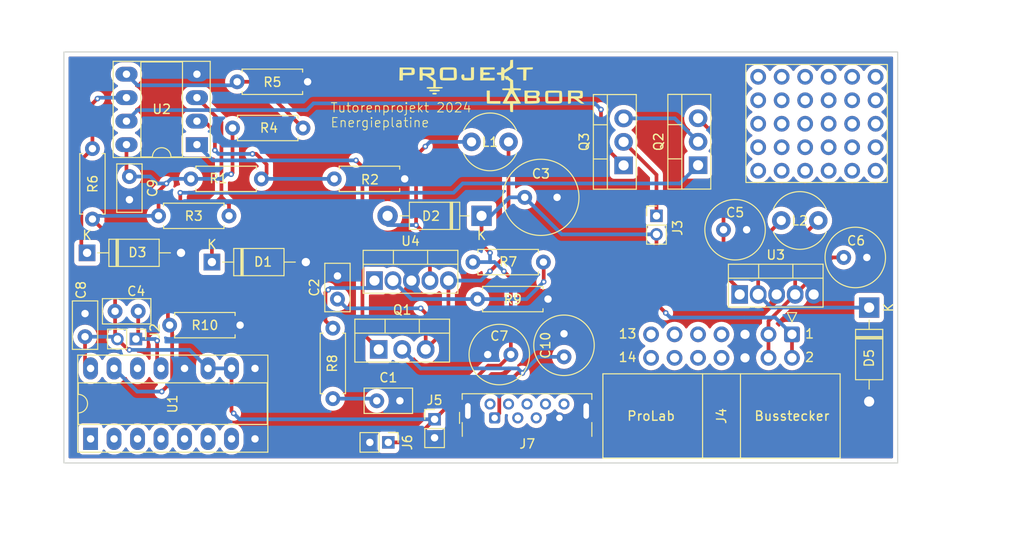
<source format=kicad_pcb>
(kicad_pcb (version 20240108) (generator "pcbnew") (generator_version "8.0")
  (layers (0 "F.Cu" signal) (31 "B.Cu" signal) (34 "B.Paste" user) (35 "F.Paste" user) (36 "B.SilkS" user "B.Silkscreen") (37 "F.SilkS" user "F.Silkscreen") (38 "B.Mask" user) (39 "F.Mask" user) (44 "Edge.Cuts" user))
  (net 0 "")
  (net 1 "GND")
  (net 2 "Net-(D1-K)")
  (net 3 "Net-(D3-K)")
  (net 4 "USB_5V")
  (net 5 "Bat+_12V")
  (net 6 "Net-(J2-Pin_1)")
  (net 7 "Net-(U2A--)")
  (net 8 "Net-(U2B-+)")
  (net 9 "FF_out")
  (net 18 "overvoltage_logic")
  (net 19 "Net-(C1-Pad1)")
  (net 20 "Net-(Q1-S)")
  (net 21 "Net-(Q2-S)")
  (net 22 "Power_5V")
  (net 23 "Net-(D2-A)")
  (net 24 "Net-(D5-K)")
  (net 25 "Net-(J3-Pin_1)")
  (net 26 "Net-(Q2-D)")
  (net 27 "undervoltage_logic")
  (net 28 "Net-(U4-OUT)")
  (net 29 "Net-(U4-VIN)")
  (footprint "Diode_THT:D_DO-41_SOD81_P10.16mm_Horizontal" (layer "F.Cu") (at 181.5 138.42 -90)
    (property "Reference" "D5" (at 5.471 0 90) (layer "F.SilkS"))
    (property "Value" "1N5822")
    (fp_text user "K" (at 0 -2.1 90) (layer "F.SilkS"))
    (pad "1" thru_hole rect (at 0 0 270) (size 2.2 2.2) (drill 1.1) (layers "*.Cu" "*.Mask") (net 24 "Net-(D5-K)"))
    (pad "2" thru_hole oval (at 10.16 0 270) (size 2.2 2.2) (drill 1.1) (layers "*.Cu" "*.Mask") (net 1 "GND"))
  )
  (footprint "Capacitor_THT:C_Disc_D5.0mm_W2.5mm_P2.50mm" (layer "F.Cu") (at 102.45 138.82 180)
    (property "Reference" "C4" (at 0.215 2.168 180) (layer "F.SilkS"))
    (property "Value" "100n")
    (pad "1" thru_hole circle (at 0 0 180) (size 1.6 1.6) (drill 0.8) (layers "*.Cu" "*.Mask") (net 6 "Net-(J2-Pin_1)"))
    (pad "2" thru_hole circle (at 2.5 0 180) (size 1.6 1.6) (drill 0.8) (layers "*.Cu" "*.Mask") (net 5 "Bat+_12V"))
  )
  (footprint "Connector_PinHeader_2.00mm:PinHeader_1x02_P2.00mm_Vertical" (layer "F.Cu") (at 102.2 141.82 -90)
    (property "Reference" "J2" (at -0.85 -2.067 90) (layer "F.SilkS"))
    (property "Value" "Conn_01x02_Pin" (hide yes))
    (pad "1" thru_hole rect (at 0 0 270) (size 1.35 1.35) (drill 0.8) (layers "*.Cu" "*.Mask") (net 6 "Net-(J2-Pin_1)"))
    (pad "2" thru_hole oval (at 0 2 270) (size 1.35 1.35) (drill 0.8) (layers "*.Cu" "*.Mask") (net 5 "Bat+_12V"))
  )
  (footprint "Resistor_THT:R_Axial_DIN0207_L6.3mm_D2.5mm_P7.62mm_Horizontal" (layer "F.Cu") (at 105.85 140.32)
    (property "Reference" "R10" (at 3.81 0.015 0) (layer "F.SilkS"))
    (property "Value" "1k")
    (pad "1" thru_hole circle (at 0 0) (size 1.6 1.6) (drill 0.8) (layers "*.Cu" "*.Mask") (net 9 "FF_out"))
    (pad "2" thru_hole oval (at 7.62 0) (size 1.6 1.6) (drill 0.8) (layers "*.Cu" "*.Mask") (net 1 "GND"))
  )
  (footprint "Resistor_THT:R_Axial_DIN0207_L6.3mm_D2.5mm_P7.62mm_Horizontal" (layer "F.Cu") (at 112.65 119)
    (property "Reference" "R4" (at 3.936 -0.001 0) (layer "F.SilkS"))
    (property "Value" "R")
    (pad "1" thru_hole circle (at 0 0) (size 1.6 1.6) (drill 0.8) (layers "*.Cu" "*.Mask") (net 5 "Bat+_12V"))
    (pad "2" thru_hole oval (at 7.62 0) (size 1.6 1.6) (drill 0.8) (layers "*.Cu" "*.Mask") (net 8 "Net-(U2B-+)"))
  )
  (footprint "Package_TO_SOT_THT:TO-220-3_Vertical" (layer "F.Cu") (at 163 123.025 90)
    (property "Reference" "Q2" (at 2.54 -4.27 -90) (layer "F.SilkS"))
    (property "Value" "IRF9540N")
    (pad "1" thru_hole rect (at 0 0 90) (size 1.905 2) (drill 1.1) (layers "*.Cu" "*.Mask") (net 9 "FF_out"))
    (pad "2" thru_hole oval (at 2.54 0 90) (size 1.905 2) (drill 1.1) (layers "*.Cu" "*.Mask") (net 26 "Net-(Q2-D)"))
    (pad "3" thru_hole oval (at 5.08 0 90) (size 1.905 2) (drill 1.1) (layers "*.Cu" "*.Mask") (net 21 "Net-(Q2-S)"))
  )
  (footprint "Diode_THT:D_DO-41_SOD81_P10.16mm_Horizontal" (layer "F.Cu") (at 139.58 128.5 180)
    (property "Reference" "D2" (at 5.468 -0.024 180) (layer "F.SilkS"))
    (property "Value" "1N5817" (hide yes))
    (fp_text user "K" (at 0 -2.1 180) (layer "F.SilkS"))
    (pad "1" thru_hole rect (at 0 0 180) (size 2.2 2.2) (drill 1.1) (layers "*.Cu" "*.Mask") (net 5 "Bat+_12V"))
    (pad "2" thru_hole oval (at 10.16 0 180) (size 2.2 2.2) (drill 1.1) (layers "*.Cu" "*.Mask") (net 23 "Net-(D2-A)"))
  )
  (footprint "Resistor_THT:R_Axial_DIN0207_L6.3mm_D2.5mm_P7.62mm_Horizontal" (layer "F.Cu") (at 97.5 128.85 90)
    (property "Reference" "R6" (at 3.81 0.036 90) (layer "F.SilkS"))
    (property "Value" "R")
    (pad "1" thru_hole circle (at 0 0 90) (size 1.6 1.6) (drill 0.8) (layers "*.Cu" "*.Mask") (net 5 "Bat+_12V"))
    (pad "2" thru_hole oval (at 7.62 0 90) (size 1.6 1.6) (drill 0.8) (layers "*.Cu" "*.Mask") (net 3 "Net-(D3-K)"))
  )
  (footprint "Package_TO_SOT_THT:TO-220-3_Vertical" (layer "F.Cu") (at 128.46 142.945)
    (property "Reference" "Q1" (at 2.54 -4.27 0) (layer "F.SilkS"))
    (property "Value" "IRF9540N")
    (pad "1" thru_hole rect (at 0 0) (size 1.905 2) (drill 1.1) (layers "*.Cu" "*.Mask") (net 18 "overvoltage_logic"))
    (pad "2" thru_hole oval (at 2.54 0) (size 1.905 2) (drill 1.1) (layers "*.Cu" "*.Mask") (net 4 "USB_5V"))
    (pad "3" thru_hole oval (at 5.08 0) (size 1.905 2) (drill 1.1) (layers "*.Cu" "*.Mask") (net 20 "Net-(Q1-S)"))
  )
  (footprint "Capacitor_THT:C_Radial_D8.0mm_H11.5mm_P3.50mm" (layer "F.Cu") (at 144.25 126.5)
    (property "Reference" "C3" (at 1.75 -2.548 0) (layer "F.SilkS"))
    (property "Value" "470u")
    (pad "1" thru_hole circle (at 0 0) (size 1.6 1.6) (drill 0.8) (layers "*.Cu" "*.Mask") (net 5 "Bat+_12V"))
    (pad "2" thru_hole circle (at 3.5 0) (size 1.6 1.6) (drill 0.8) (layers "*.Cu" "*.Mask") (net 1 "GND"))
  )
  (footprint "Capacitor_THT:C_Radial_D6.3mm_H11.0mm_P2.50mm" (layer "F.Cu") (at 165.75 130)
    (property "Reference" "C5" (at 1.255 -1.857 0) (layer "F.SilkS"))
    (property "Value" "100u")
    (pad "1" thru_hole circle (at 0 0) (size 1.6 1.6) (drill 0.8) (layers "*.Cu" "*.Mask") (net 21 "Net-(Q2-S)"))
    (pad "2" thru_hole circle (at 2.5 0) (size 1.6 1.6) (drill 0.8) (layers "*.Cu" "*.Mask") (net 1 "GND"))
  )
  (footprint "Diode_THT:D_A-405_P10.16mm_Horizontal" (layer "F.Cu") (at 96.92 132.5)
    (property "Reference" "D3" (at 5.442 -0.039 0) (layer "F.SilkS"))
    (property "Value" "D_Zener")
    (fp_text user "K" (at 0 -1.9 0) (layer "F.SilkS"))
    (pad "1" thru_hole rect (at 0 0) (size 1.8 1.8) (drill 0.9) (layers "*.Cu" "*.Mask") (net 3 "Net-(D3-K)"))
    (pad "2" thru_hole oval (at 10.16 0) (size 1.8 1.8) (drill 0.9) (layers "*.Cu" "*.Mask") (net 1 "GND"))
  )
  (footprint "Diode_THT:D_A-405_P10.16mm_Horizontal" (layer "F.Cu") (at 110.42 133.5)
    (property "Reference" "D1" (at 5.531 -0.023 0) (layer "F.SilkS"))
    (property "Value" "D_Zener")
    (fp_text user "K" (at 0 -1.9 0) (layer "F.SilkS"))
    (pad "1" thru_hole rect (at 0 0) (size 1.8 1.8) (drill 0.9) (layers "*.Cu" "*.Mask") (net 2 "Net-(D1-K)"))
    (pad "2" thru_hole oval (at 10.16 0) (size 1.8 1.8) (drill 0.9) (layers "*.Cu" "*.Mask") (net 1 "GND"))
  )
  (footprint "Package_TO_SOT_THT:TO-220-3_Vertical" (layer "F.Cu") (at 154.945 123.04 90)
    (property "Reference" "Q3" (at 2.54 -4.27 -90) (layer "F.SilkS"))
    (property "Value" "IRF540N")
    (pad "1" thru_hole rect (at 0 0 90) (size 1.905 2) (drill 1.1) (layers "*.Cu" "*.Mask") (net 27 "undervoltage_logic"))
    (pad "2" thru_hole oval (at 2.54 0 90) (size 1.905 2) (drill 1.1) (layers "*.Cu" "*.Mask") (net 25 "Net-(J3-Pin_1)"))
    (pad "3" thru_hole oval (at 5.08 0 90) (size 1.905 2) (drill 1.1) (layers "*.Cu" "*.Mask") (net 26 "Net-(Q2-D)"))
  )
  (footprint "Capacitor_THT:C_Disc_D5.0mm_W2.5mm_P2.50mm" (layer "F.Cu") (at 128.25 148.5)
    (property "Reference" "C1" (at 1.25 -2.5 0) (layer "F.SilkS"))
    (property "Value" "330n")
    (pad "1" thru_hole circle (at 0 0) (size 1.6 1.6) (drill 0.8) (layers "*.Cu" "*.Mask") (net 19 "Net-(C1-Pad1)"))
    (pad "2" thru_hole circle (at 2.5 0) (size 1.6 1.6) (drill 0.8) (layers "*.Cu" "*.Mask") (net 1 "GND"))
  )
  (footprint "Projektlabor:TO-220-5_Vertical_Brolab" (layer "F.Cu") (at 128.5 135.5)
    (property "Reference" "U4" (at 3.4 -4.27 0) (layer "F.SilkS"))
    (property "Value" "LM2577T-ADJ")
    (pad "1" thru_hole rect (at -0.5 0) (size 1.8 2) (drill 1.1) (layers "*.Cu" "*.Mask") (net 29 "Net-(U4-VIN)"))
    (pad "2" thru_hole oval (at 1.5 0) (size 1.8 2) (drill 1.2) (layers "*.Cu" "*.Mask") (net 28 "Net-(U4-OUT)"))
    (pad "3" thru_hole oval (at 3.5 0) (size 1.8 2) (drill 1.1) (layers "*.Cu" "*.Mask") (net 1 "GND"))
    (pad "4" thru_hole oval (at 5.5 0) (size 1.8 2) (drill 1.1) (layers "*.Cu" "*.Mask") (net 23 "Net-(D2-A)"))
    (pad "5" thru_hole oval (at 7.5 0) (size 1.8 2) (drill 1.1) (layers "*.Cu" "*.Mask") (net 20 "Net-(Q1-S)"))
  )
  (footprint "Projektlabor:USB3_A_Molex_48393-001_short" (layer "F.Cu") (at 141 150.35)
    (property "Reference" "J7" (at 3.526 2.812 0) (layer "F.SilkS"))
    (property "Value" "USB3_A")
    (pad "1" thru_hole roundrect (at 0 0) (size 1.2 1.2) (drill 0.7) (layers "*.Cu" "*.Mask") (roundrect_rratio 0.2083333333) (net 4 "USB_5V"))
    (pad "2" thru_hole circle (at 2.5 0) (size 1.2 1.2) (drill 0.7) (layers "*.Cu" "*.Mask"))
    (pad "3" thru_hole circle (at 4.5 0) (size 1.2 1.2) (drill 0.7) (layers "*.Cu" "*.Mask"))
    (pad "4" thru_hole circle (at 7 0) (size 1.2 1.2) (drill 0.7) (layers "*.Cu" "*.Mask") (net 1 "GND"))
    (pad "5" thru_hole circle (at 7.5 -1.5) (size 1.2 1.2) (drill 0.7) (layers "*.Cu" "*.Mask"))
    (pad "6" thru_hole circle (at 5.5 -1.5) (size 1.2 1.2) (drill 0.7) (layers "*.Cu" "*.Mask"))
    (pad "7" thru_hole circle (at 3.5 -1.5) (size 1.2 1.2) (drill 0.7) (layers "*.Cu" "*.Mask"))
    (pad "8" thru_hole circle (at 1.5 -1.5) (size 1.2 1.2) (drill 0.7) (layers "*.Cu" "*.Mask"))
    (pad "9" thru_hole circle (at -0.5 -1.5) (size 1.2 1.2) (drill 0.7) (layers "*.Cu" "*.Mask"))
    (pad "10" thru_hole oval (at -2.9 -0.75) (size 1.2 2.4) (drill oval 0.6 1.7) (layers "*.Cu" "*.Mask") (net 1 "GND"))
    (pad "10" thru_hole oval (at 9.9 -0.75) (size 1.2 2.4) (drill oval 0.6 1.7) (layers "*.Cu" "*.Mask") (net 1 "GND"))
  )
  (footprint "Package_DIP:DIP-16_W7.62mm_Socket_LongPads" (layer "F.Cu") (at 97.3 152.62 90)
    (property "Reference" "U1" (at 3.776 8.872 -90) (layer "F.SilkS"))
    (property "Value" "4027")
    (pad "1" thru_hole rect (at 0 0 90) (size 2.4 1.6) (drill 0.8) (layers "*.Cu" "*.Mask"))
    (pad "2" thru_hole oval (at 0 2.54 90) (size 2.4 1.6) (drill 0.8) (layers "*.Cu" "*.Mask"))
    (pad "3" thru_hole oval (at 0 5.08 90) (size 2.4 1.6) (drill 0.8) (layers "*.Cu" "*.Mask"))
    (pad "4" thru_hole oval (at 0 7.62 90) (size 2.4 1.6) (drill 0.8) (layers "*.Cu" "*.Mask"))
    (pad "5" thru_hole oval (at 0 10.16 90) (size 2.4 1.6) (drill 0.8) (layers "*.Cu" "*.Mask"))
    (pad "6" thru_hole oval (at 0 12.7 90) (size 2.4 1.6) (drill 0.8) (layers "*.Cu" "*.Mask"))
    (pad "7" thru_hole oval (at 0 15.24 90) (size 2.4 1.6) (drill 0.8) (layers "*.Cu" "*.Mask"))
    (pad "8" thru_hole oval (at 0 17.78 90) (size 2.4 1.6) (drill 0.8) (layers "*.Cu" "*.Mask") (net 1 "GND"))
    (pad "9" thru_hole oval (at 7.62 17.78 90) (size 2.4 1.6) (drill 0.8) (layers "*.Cu" "*.Mask") (net 1 "GND"))
    (pad "10" thru_hole oval (at 7.62 15.24 90) (size 2.4 1.6) (drill 0.8) (layers "*.Cu" "*.Mask") (net 5 "Bat+_12V"))
    (pad "11" thru_hole oval (at 7.62 12.7 90) (size 2.4 1.6) (drill 0.8) (layers "*.Cu" "*.Mask") (net 5 "Bat+_12V"))
    (pad "12" thru_hole oval (at 7.62 10.16 90) (size 2.4 1.6) (drill 0.8) (layers "*.Cu" "*.Mask") (net 1 "GND"))
    (pad "13" thru_hole oval (at 7.62 7.62 90) (size 2.4 1.6) (drill 0.8) (layers "*.Cu" "*.Mask") (net 6 "Net-(J2-Pin_1)"))
    (pad "14" thru_hole oval (at 7.62 5.08 90) (size 2.4 1.6) (drill 0.8) (layers "*.Cu" "*.Mask"))
    (pad "15" thru_hole oval (at 7.62 2.54 90) (size 2.4 1.6) (drill 0.8) (layers "*.Cu" "*.Mask") (net 9 "FF_out"))
    (pad "16" thru_hole oval (at 7.62 0 90) (size 2.4 1.6) (drill 0.8) (layers "*.Cu" "*.Mask") (net 5 "Bat+_12V"))
  )
  (footprint "Resistor_THT:R_Axial_DIN0207_L6.3mm_D2.5mm_P7.62mm_Horizontal" (layer "F.Cu") (at 139.15 137.5)
    (property "Reference" "R9" (at 3.81 0.041 0) (layer "F.SilkS"))
    (property "Value" "41k")
    (pad "1" thru_hole circle (at 0 0) (size 1.6 1.6) (drill 0.8) (layers "*.Cu" "*.Mask") (net 28 "Net-(U4-OUT)"))
    (pad "2" thru_hole oval (at 7.62 0) (size 1.6 1.6) (drill 0.8) (layers "*.Cu" "*.Mask") (net 1 "GND"))
  )
  (footprint "Capacitor_THT:C_Radial_D6.3mm_H11.0mm_P2.50mm" (layer "F.Cu") (at 148.5 143.75 90)
    (property "Reference" "C10" (at 1.25 -2 -90) (layer "F.SilkS"))
    (property "Value" "100u")
    (pad "1" thru_hole circle (at 0 0 90) (size 1.6 1.6) (drill 0.8) (layers "*.Cu" "*.Mask") (net 4 "USB_5V"))
    (pad "2" thru_hole circle (at 2.5 0 90) (size 1.6 1.6) (drill 0.8) (layers "*.Cu" "*.Mask") (net 1 "GND"))
  )
  (footprint "Inductor_THT:L_Radial_D6.0mm_P4.00mm" (layer "F.Cu") (at 172 129)
    (property "Reference" "L2" (at 1.99 0.032 0) (layer "F.SilkS"))
    (property "Value" "100u")
    (pad "1" thru_hole circle (at 0 0) (size 2 2) (drill 1) (layers "*.Cu" "*.Mask") (net 24 "Net-(D5-K)"))
    (pad "2" thru_hole circle (at 4 0) (size 2 2) (drill 1) (layers "*.Cu" "*.Mask") (net 22 "Power_5V"))
  )
  (footprint "Resistor_THT:R_Axial_DIN0207_L6.3mm_D2.5mm_P7.62mm_Horizontal" (layer "F.Cu") (at 108.15 124.5)
    (property "Reference" "R1" (at 2.975 -0.04 0) (layer "F.SilkS"))
    (property "Value" "R")
    (pad "1" thru_hole circle (at 0 0) (size 1.6 1.6) (drill 0.8) (layers "*.Cu" "*.Mask") (net 5 "Bat+_12V"))
    (pad "2" thru_hole oval (at 7.62 0) (size 1.6 1.6) (drill 0.8) (layers "*.Cu" "*.Mask") (net 7 "Net-(U2A--)"))
  )
  (footprint "Resistor_THT:R_Axial_DIN0207_L6.3mm_D2.5mm_P7.62mm_Horizontal" (layer "F.Cu") (at 113.15 114)
    (property "Reference" "R5" (at 3.817 0.046 0) (layer "F.SilkS"))
    (property "Value" "R")
    (pad "1" thru_hole circle (at 0 0) (size 1.6 1.6) (drill 0.8) (layers "*.Cu" "*.Mask") (net 8 "Net-(U2B-+)"))
    (pad "2" thru_hole oval (at 7.62 0) (size 1.6 1.6) (drill 0.8) (layers "*.Cu" "*.Mask") (net 1 "GND"))
  )
  (footprint "Capacitor_THT:C_Disc_D5.0mm_W2.5mm_P2.50mm" (layer "F.Cu") (at 96.7 141.57 90)
    (property "Reference" "C8" (at 5.045 -0.434 -90) (layer "F.SilkS"))
    (property "Value" "100n")
    (pad "1" thru_hole circle (at 0 0 90) (size 1.6 1.6) (drill 0.8) (layers "*.Cu" "*.Mask") (net 5 "Bat+_12V"))
    (pad "2" thru_hole circle (at 2.5 0 90) (size 1.6 1.6) (drill 0.8) (layers "*.Cu" "*.Mask") (net 1 "GND"))
  )
  (footprint "Projektlabor:TO-220-5_Vertical_Brolab" (layer "F.Cu") (at 168 137)
    (property "Reference" "U3" (at 3.4 -4.27 0) (layer "F.SilkS"))
    (property "Value" "LM2576HVT-ADJ" (hide yes))
    (pad "1" thru_hole rect (at -0.5 0) (size 1.8 2) (drill 1.1) (layers "*.Cu" "*.Mask") (net 21 "Net-(Q2-S)"))
    (pad "2" thru_hole oval (at 1.5 0) (size 1.8 2) (drill 1.2) (layers "*.Cu" "*.Mask") (net 24 "Net-(D5-K)"))
    (pad "3" thru_hole oval (at 3.5 0) (size 1.8 2) (drill 1.1) (layers "*.Cu" "*.Mask") (net 1 "GND"))
    (pad "4" thru_hole oval (at 5.5 0) (size 1.8 2) (drill 1.1) (layers "*.Cu" "*.Mask") (net 22 "Power_5V"))
    (pad "5" thru_hole oval (at 7.5 0) (size 1.8 2) (drill 1.1) (layers "*.Cu" "*.Mask") (net 1 "GND"))
  )
  (footprint "Connector_PinHeader_2.00mm:PinHeader_1x02_P2.00mm_Vertical" (layer "F.Cu") (at 134.5 150.5)
    (property "Reference" "J5" (at 0 -2.06 0) (layer "F.SilkS"))
    (property "Value" "Conn_01x02_Pin")
    (pad "1" thru_hole rect (at 0 0) (size 1.35 1.35) (drill 0.8) (layers "*.Cu" "*.Mask") (net 5 "Bat+_12V"))
    (pad "2" thru_hole oval (at 0 2) (size 1.35 1.35) (drill 0.8) (layers "*.Cu" "*.Mask") (net 1 "GND"))
  )
  (footprint "Inductor_THT:L_Radial_D6.0mm_P4.00mm" (layer "F.Cu") (at 142.5 120.5 180)
    (property "Reference" "L1" (at 2 -0.023 180) (layer "F.SilkS"))
    (property "Value" "100u")
    (pad "1" thru_hole circle (at 0 0 180) (size 2 2) (drill 1) (layers "*.Cu" "*.Mask") (net 20 "Net-(Q1-S)"))
    (pad "2" thru_hole circle (at 4 0 180) (size 2 2) (drill 1) (layers "*.Cu" "*.Mask") (net 23 "Net-(D2-A)"))
  )
  (footprint "Connector_PinHeader_2.00mm:PinHeader_1x02_P2.00mm_Vertical" (layer "F.Cu") (at 158.5 128.5)
    (property "Reference" "J3" (at 2.282 1.294 -90) (layer "F.SilkS"))
    (property "Value" "Conn_01x02_Pin")
    (pad "1" thru_hole rect (at 0 0) (size 1.35 1.35) (drill 0.8) (layers "*.Cu" "*.Mask") (net 25 "Net-(J3-Pin_1)"))
    (pad "2" thru_hole oval (at 0 2) (size 1.35 1.35) (drill 0.8) (layers "*.Cu" "*.Mask") (net 5 "Bat+_12V"))
  )
  (footprint "Resistor_THT:R_Axial_DIN0207_L6.3mm_D2.5mm_P7.62mm_Horizontal" (layer "F.Cu") (at 123.5 140.65 -90)
    (property "Reference" "R8" (at 3.81 0.056 -90) (layer "F.SilkS"))
    (property "Value" "2.2k")
    (pad "1" thru_hole circle (at 0 0 270) (size 1.6 1.6) (drill 0.8) (layers "*.Cu" "*.Mask") (net 29 "Net-(U4-VIN)"))
    (pad "2" thru_hole oval (at 7.62 0 270) (size 1.6 1.6) (drill 0.8) (layers "*.Cu" "*.Mask") (net 19 "Net-(C1-Pad1)"))
  )
  (footprint "Panikraster_v2:Panikraster_05x05" (layer "F.Cu") (at 169.5 113.46)
    (property "Reference" "REF**" (hide yes))
    (property "Value" "Panikraster_05x05")
    (pad "" thru_hole oval (at 0 0) (size 1.7 1.7) (drill 1) (layers "*.Cu" "*.Mask"))
    (pad "" thru_hole oval (at 0 2.54) (size 1.7 1.7) (drill 1) (layers "*.Cu" "*.Mask"))
    (pad "" thru_hole oval (at 0 5.08) (size 1.7 1.7) (drill 1) (layers "*.Cu" "*.Mask"))
    (pad "" thru_hole oval (at 0 7.62) (size 1.7 1.7) (drill 1) (layers "*.Cu" "*.Mask"))
    (pad "" thru_hole oval (at 0 10.16) (size 1.7 1.7) (drill 1) (layers "*.Cu" "*.Mask"))
    (pad "" thru_hole oval (at 2.54 0) (size 1.7 1.7) (drill 1) (layers "*.Cu" "*.Mask"))
    (pad "" thru_hole oval (at 2.54 2.54) (size 1.7 1.7) (drill 1) (layers "*.Cu" "*.Mask"))
    (pad "" thru_hole oval (at 2.54 5.08) (size 1.7 1.7) (drill 1) (layers "*.Cu" "*.Mask"))
    (pad "" thru_hole oval (at 2.54 7.62) (size 1.7 1.7) (drill 1) (layers "*.Cu" "*.Mask"))
    (pad "" thru_hole oval (at 2.54 10.16) (size 1.7 1.7) (drill 1) (layers "*.Cu" "*.Mask"))
    (pad "" thru_hole oval (at 5.08 0) (size 1.7 1.7) (drill 1) (layers "*.Cu" "*.Mask"))
    (pad "" thru_hole oval (at 5.08 2.54) (size 1.7 1.7) (drill 1) (layers "*.Cu" "*.Mask"))
    (pad "" thru_hole oval (at 5.08 5.08) (size 1.7 1.7) (drill 1) (layers "*.Cu" "*.Mask"))
    (pad "" thru_hole oval (at 5.08 7.62) (size 1.7 1.7) (drill 1) (layers "*.Cu" "*.Mask"))
    (pad "" thru_hole oval (at 5.08 10.16) (size 1.7 1.7) (drill 1) (layers "*.Cu" "*.Mask"))
    (pad "" thru_hole oval (at 7.62 0) (size 1.7 1.7) (drill 1) (layers "*.Cu" "*.Mask"))
    (pad "" thru_hole oval (at 7.62 2.54) (size 1.7 1.7) (drill 1) (layers "*.Cu" "*.Mask"))
    (pad "" thru_hole oval (at 7.62 5.08) (size 1.7 1.7) (drill 1) (layers "*.Cu" "*.Mask"))
    (pad "" thru_hole oval (at 7.62 7.62) (size 1.7 1.7) (drill 1) (layers "*.Cu" "*.Mask"))
    (pad "" thru_hole oval (at 7.62 10.16) (size 1.7 1.7) (drill 1) (layers "*.Cu" "*.Mask"))
    (pad "" thru_hole oval (at 10.16 0) (size 1.7 1.7) (drill 1) (layers "*.Cu" "*.Mask"))
    (pad "" thru_hole oval (at 10.16 2.54) (size 1.7 1.7) (drill 1) (layers "*.Cu" "*.Mask"))
    (pad "" thru_hole oval (at 10.16 5.08) (size 1.7 1.7) (drill 1) (layers "*.Cu" "*.Mask"))
    (pad "" thru_hole oval (at 10.16 7.62) (size 1.7 1.7) (drill 1) (layers "*.Cu" "*.Mask"))
    (pad "" thru_hole oval (at 10.16 10.16) (size 1.7 1.7) (drill 1) (layers "*.Cu" "*.Mask"))
    (pad "" thru_hole oval (at 12.7 0) (size 1.7 1.7) (drill 1) (layers "*.Cu" "*.Mask"))
    (pad "" thru_hole oval (at 12.7 2.54) (size 1.7 1.7) (drill 1) (layers "*.Cu" "*.Mask"))
    (pad "" thru_hole oval (at 12.7 5.08) (size 1.7 1.7) (drill 1) (layers "*.Cu" "*.Mask"))
    (pad "" thru_hole oval (at 12.7 7.62) (size 1.7 1.7) (drill 1) (layers "*.Cu" "*.Mask"))
    (pad "" thru_hole oval (at 12.7 10.16) (size 1.7 1.7) (drill 1) (layers "*.Cu" "*.Mask"))
  )
  (footprint "Capacitor_THT:C_Radial_D6.3mm_H11.0mm_P2.50mm" (layer "F.Cu") (at 178.75 133)
    (property "Reference" "C6" (at 1.336 -1.809 0) (layer "F.SilkS"))
    (property "Value" "100u")
    (pad "1" thru_hole circle (at 0 0) (size 1.6 1.6) (drill 0.8) (layers "*.Cu" "*.Mask") (net 22 "Power_5V"))
    (pad "2" thru_hole circle (at 2.5 0) (size 1.6 1.6) (drill 0.8) (layers "*.Cu" "*.Mask") (net 1 "GND"))
  )
  (footprint "Connector_PinHeader_2.00mm:PinHeader_1x02_P2.00mm_Vertical" (layer "F.Cu") (at 129.5 153 -90)
    (property "Reference" "J6" (at 0 -2.06 90) (layer "F.SilkS"))
    (property "Value" "Conn_01x02_Pin")
    (pad "1" thru_hole rect (at 0 0 270) (size 1.35 1.35) (drill 0.8) (layers "*.Cu" "*.Mask") (net 5 "Bat+_12V"))
    (pad "2" thru_hole oval (at 0 2 270) (size 1.35 1.35) (drill 0.8) (layers "*.Cu" "*.Mask") (net 1 "GND"))
  )
  (footprint "Capacitor_THT:C_Disc_D5.0mm_W2.5mm_P2.50mm" (layer "F.Cu") (at 101.5 124.25 -90)
    (property "Reference" "C9" (at 1.25 -2.5 90) (layer "F.SilkS"))
    (property "Value" "100n")
    (pad "1" thru_hole circle (at 0 0 270) (size 1.6 1.6) (drill 0.8) (layers "*.Cu" "*.Mask") (net 5 "Bat+_12V"))
    (pad "2" thru_hole circle (at 2.5 0 270) (size 1.6 1.6) (drill 0.8) (layers "*.Cu" "*.Mask") (net 1 "GND"))
  )
  (footprint "Capacitor_THT:C_Radial_D6.3mm_H11.0mm_P2.50mm" (layer "F.Cu") (at 140.25 143.5)
    (property "Reference" "C7" (at 1.25 -2 0) (layer "F.SilkS"))
    (property "Value" "100u")
    (pad "1" thru_hole circle (at 0 0) (size 1.6 1.6) (drill 0.8) (layers "*.Cu" "*.Mask") (net 1 "GND"))
    (pad "2" thru_hole circle (at 2.5 0) (size 1.6 1.6) (drill 0.8) (layers "*.Cu" "*.Mask") (net 5 "Bat+_12V"))
  )
  (footprint "Resistor_THT:R_Axial_DIN0207_L6.3mm_D2.5mm_P7.62mm_Horizontal" (layer "F.Cu") (at 138.65 133.5)
    (property "Reference" "R7" (at 3.81 -0.023 0) (layer "F.SilkS"))
    (property "Value" "410k")
    (pad "1" thru_hole circle (at 0 0) (size 1.6 1.6) (drill 0.8) (layers "*.Cu" "*.Mask") (net 5 "Bat+_12V"))
    (pad "2" thru_hole oval (at 7.62 0) (size 1.6 1.6) (drill 0.8) (layers "*.Cu" "*.Mask") (net 28 "Net-(U4-OUT)"))
  )
  (footprint "Package_DIP:DIP-8_W7.62mm_Socket_LongPads" (layer "F.Cu") (at 108.8 120.8 180)
    (property "Reference" "U2" (at 3.81 3.833 180) (layer "F.SilkS"))
    (property "Value" "TL072")
    (pad "1" thru_hole rect (at 0 0 180) (size 2.4 1.6) (drill 0.8) (layers "*.Cu" "*.Mask") (net 18 "overvoltage_logic"))
    (pad "2" thru_hole oval (at 0 2.54 180) (size 2.4 1.6) (drill 0.8) (layers "*.Cu" "*.Mask") (net 7 "Net-(U2A--)"))
    (pad "3" thru_hole oval (at 0 5.08 180) (size 2.4 1.6) (drill 0.8) (layers "*.Cu" "*.Mask") (net 2 "Net-(D1-K)"))
    (pad "4" thru_hole oval (at 0 7.62 180) (size 2.4 1.6) (drill 0.8) (layers "*.Cu" "*.Mask") (net 1 "GND"))
    (pad "5" thru_hole oval (at 7.62 7.62 180) (size 2.4 1.6) (drill 0.8) (layers "*.Cu" "*.Mask") (net 8 "Net-(U2B-+)"))
    (pad "6" thru_hole oval (at 7.62 5.08 180) (size 2.4 1.6) (drill 0.8) (layers "*.Cu" "*.Mask") (net 3 "Net-(D3-K)"))
    (pad "7" thru_hole oval (at 7.62 2.54 180) (size 2.4 1.6) (drill 0.8) (layers "*.Cu" "*.Mask") (net 27 "undervoltage_logic"))
    (pad "8" thru_hole oval (at 7.62 0 180) (size 2.4 1.6) (drill 0.8) (layers "*.Cu" "*.Mask") (net 5 "Bat+_12V"))
  )
  (footprint "Resistor_THT:R_Axial_DIN0207_L6.3mm_D2.5mm_P7.62mm_Horizontal" (layer "F.Cu") (at 104.65 128.5)
    (property "Reference" "R3" (at 3.808 0.024 0) (layer "F.SilkS"))
    (property "Value" "R")
    (pad "1" thru_hole circle (at 0 0) (size 1.6 1.6) (drill 0.8) (layers "*.Cu" "*.Mask") (net 5 "Bat+_12V"))
    (pad "2" thru_hole oval (at 7.62 0) (size 1.6 1.6) (drill 0.8) (layers "*.Cu" "*.Mask") (net 2 "Net-(D1-K)"))
  )
  (footprint "Capacitor_THT:C_Disc_D5.0mm_W2.5mm_P2.50mm" (layer "F.Cu") (at 124 137.5 90)
    (property "Reference" "C2" (at 1.25 -2.5 -90) (layer "F.SilkS"))
    (property "Value" "100n")
    (pad "1" thru_hole circle (at 0 0 90) (size 1.6 1.6) (drill 0.8) (layers "*.Cu" "*.Mask") (net 20 "Net-(Q1-S)"))
    (pad "2" thru_hole circle (at 2.5 0 90) (size 1.6 1.6) (drill 0.8) (layers "*.Cu" "*.Mask") (net 1 "GND"))
  )
  (footprint "LOGO" (layer "F.Cu") (at 140.716 114.427)
    (property "Reference" "G***" (hide yes))
    (property "Value" "LOGO" (hide yes))
  )
  (footprint "Resistor_THT:R_Axial_DIN0207_L6.3mm_D2.5mm_P7.62mm_Horizontal" (layer "F.Cu") (at 123.65 124.5)
    (property "Reference" "R2" (at 3.858 0.087 0) (layer "F.SilkS"))
    (property "Value" "R")
    (pad "1" thru_hole circle (at 0 0) (size 1.6 1.6) (drill 0.8) (layers "*.Cu" "*.Mask") (net 7 "Net-(U2A--)"))
    (pad "2" thru_hole oval (at 7.62 0) (size 1.6 1.6) (drill 0.8) (layers "*.Cu" "*.Mask") (net 1 "GND"))
  )
  (footprint "Projektlabor:Prolab_Busstecker" (layer "F.Cu") (at 165.535 142.525)
    (property "Reference" "J4" (at 0 7.62 90) (layer "F.SilkS"))
    (property "Value" "Conn_02x07_Odd_Even")
    (fp_rect (start 19.05 12.7) (end -71.12 -31.75) (stroke (width 0.12)) (fill none) (layer "Edge.Cuts"))
    (fp_text user "ProLab" (at -7.62 7.62 0) (layer "F.SilkS"))
    (fp_text user "Busstecker" (at 7.62 7.62 0) (layer "F.SilkS"))
    (fp_text user "1" (at 9.525 -1.27 0) (layer "F.SilkS"))
    (fp_text user "14" (at -10.16 1.27 0) (layer "F.SilkS"))
    (fp_text user "2" (at 9.525 1.27 0) (layer "F.SilkS"))
    (fp_text user "13" (at -10.16 -1.27 0) (layer "F.SilkS"))
    (pad "1" thru_hole roundrect (at 7.62 -1.21 270) (size 1.7 1.7) (drill 1) (layers "*.Cu" "*.Mask") (roundrect_rratio 0.147059) (net 5 "Bat+_12V"))
    (pad "2" thru_hole circle (at 7.62 1.33 270) (size 1.7 1.7) (drill 1) (layers "*.Cu" "*.Mask") (net 5 "Bat+_12V"))
    (pad "3" thru_hole circle (at 5.08 -1.21 270) (size 1.7 1.7) (drill 1) (layers "*.Cu" "*.Mask") (net 22 "Power_5V"))
    (pad "4" thru_hole circle (at 5.08 1.33 270) (size 1.7 1.7) (drill 1) (layers "*.Cu" "*.Mask") (net 22 "Power_5V"))
    (pad "5" thru_hole circle (at 2.54 -1.21 270) (size 1.7 1.7) (drill 1) (layers "*.Cu" "*.Mask") (net 1 "GND"))
    (pad "6" thru_hole circle (at 2.54 1.33 270) (size 1.7 1.7) (drill 1) (layers "*.Cu" "*.Mask") (net 1 "GND"))
    (pad "7" thru_hole circle (at 0 -1.21 270) (size 1.7 1.7) (drill 1) (layers "*.Cu" "*.Mask"))
    (pad "8" thru_hole circle (at 0 1.33 270) (size 1.7 1.7) (drill 1) (layers "*.Cu" "*.Mask"))
    (pad "9" thru_hole circle (at -2.54 -1.21 270) (size 1.7 1.7) (drill 1) (layers "*.Cu" "*.Mask"))
    (pad "10" thru_hole circle (at -2.54 1.33 270) (size 1.7 1.7) (drill 1) (layers "*.Cu" "*.Mask"))
    (pad "11" thru_hole circle (at -5.08 -1.21 270) (size 1.7 1.7) (drill 1) (layers "*.Cu" "*.Mask"))
    (pad "12" thru_hole circle (at -5.08 1.33 270) (size 1.7 1.7) (drill 1) (layers "*.Cu" "*.Mask"))
    (pad "13" thru_hole circle (at -7.62 -1.21 270) (size 1.7 1.7) (drill 1) (layers "*.Cu" "*.Mask"))
    (pad "14" thru_hole circle (at -7.62 1.33 270) (size 1.7 1.7) (drill 1) (layers "*.Cu" "*.Mask"))
  )
  (gr_text "Tutorenprojekt 2024\nEnergieplatine\n" (at 123.19 118.999 0) (layer "F.SilkS") (effects (font (size 1 1) (thickness 0.1)) (justify left bottom)))
  (segment (start 110.42 132.5) (end 110.42 127.48) (width 0.4) (layer "F.Cu") (net 2))
  (segment (start 108.8 115.72) (end 111.45 118.37) (width 0.4) (layer "F.Cu") (net 2))
  (segment (start 111.45 118.37) (end 111.45 126.45) (width 0.4) (layer "F.Cu") (net 2))
  (segment (start 110.42 127.48) (end 111.45 126.45) (width 0.4) (layer "F.Cu") (net 2))
  (segment (start 112.27 127.27) (end 111.45 126.45) (width 0.4) (layer "F.Cu") (net 2))
  (segment (start 112.27 128.5) (end 112.27 127.27) (width 0.4) (layer "F.Cu") (net 2))
  (segment (start 97.5 116.368) (end 97.5 121.23) (width 0.4) (layer "F.Cu") (net 3))
  (segment (start 96.3 122.43) (end 96.3 131.88) (width 0.4) (layer "F.Cu") (net 3))
  (segment (start 96.3 131.88) (end 96.92 132.5) (width 0.4) (layer "F.Cu") (net 3))
  (segment (start 98.044 115.824) (end 97.5 116.368) (width 0.4) (layer "F.Cu") (net 3))
  (segment (start 97.5 121.23) (end 96.3 122.43) (width 0.4) (layer "F.Cu") (net 3))
  (via (at 98.044 115.824) (size 0.6) (drill 0.3) (layers "F.Cu" "B.Cu") (net 3))
  (segment (start 98.148 115.72) (end 98.044 115.824) (width 0.4) (layer "B.Cu") (net 3))
  (segment (start 101.18 115.72) (end 98.148 115.72) (width 0.4) (layer "B.Cu") (net 3))
  (segment (start 100.75 116.15) (end 101.18 115.72) (width 0.4) (layer "B.Cu") (net 3))
  (segment (start 141.5 147.5) (end 141.5 149.85) (width 0.4) (layer "F.Cu") (net 4))
  (segment (start 141.5 149.85) (end 141 150.35) (width 0.4) (layer "F.Cu") (net 4))
  (segment (start 143.5 145.5) (end 141.5 147.5) (width 0.4) (layer "F.Cu") (net 4))
  (segment (start 144 145.5) (end 143.5 145.5) (width 0.4) (layer "F.Cu") (net 4))
  (via (at 144 145.5) (size 0.6) (drill 0.3) (layers "F.Cu" "B.Cu") (net 4))
  (segment (start 132 143.945) (end 132 144) (width 0.4) (layer "B.Cu") (net 4))
  (segment (start 131 142.945) (end 132 143.945) (width 0.4) (layer "B.Cu") (net 4))
  (segment (start 133 145) (end 143.5 145) (width 0.4) (layer "B.Cu") (net 4))
  (segment (start 143.5 145) (end 144 145.5) (width 0.4) (layer "B.Cu") (net 4))
  (segment (start 132 144) (end 133 145) (width 0.4) (layer "B.Cu") (net 4))
  (segment (start 148.5 143.75) (end 145.75 143.75) (width 0.4) (layer "B.Cu") (net 4))
  (segment (start 145.75 143.75) (end 144 145.5) (width 0.4) (layer "B.Cu") (net 4))
  (segment (start 96.7 144.4) (end 97.3 145) (width 0.4) (layer "F.Cu") (net 5))
  (segment (start 158.5 138) (end 158.5 130.5) (width 0.4) (layer "F.Cu") (net 5))
  (segment (start 99.95 138.82) (end 99.95 131.3) (width 0.4) (layer "F.Cu") (net 5))
  (segment (start 134.5 150.5) (end 140.3 144.7) (width 0.4) (layer "F.Cu") (net 5))
  (segment (start 112.776 149.86) (end 112.54 149.624) (width 0.4) (layer "F.Cu") (net 5))
  (segment (start 99.95 138.82) (end 99.95 141.57) (width 0.4) (layer "F.Cu") (net 5))
  (segment (start 99.95 141.57) (end 100.2 141.82) (width 0.4) (layer "F.Cu") (net 5))
  (segment (start 100.2 141.82) (end 101.38 143) (width 0.4) (layer "F.Cu") (net 5))
  (segment (start 132 153) (end 134.5 150.5) (width 0.4) (layer "F.Cu") (net 5))
  (segment (start 101.18 123.93) (end 101.5 124.25) (width 0.4) (layer "F.Cu") (net 5))
  (segment (start 104.65 125.85) (end 105.5 125) (width 0.4) (layer "F.Cu") (net 5))
  (segment (start 140.3 144.7) (end 141.55 144.7) (width 0.4) (layer "F.Cu") (net 5))
  (segment (start 99.95 131.3) (end 97.5 128.85) (width 0.4) (layer "F.Cu") (net 5))
  (segment (start 112.54 149.624) (end 112.54 145) (width 0.4) (layer "F.Cu") (net 5))
  (segment (start 141.55 144.7) (end 142.75 143.5) (width 0.4) (layer "F.Cu") (net 5))
  (segment (start 142.75 135.25) (end 142 134.5) (width 0.4) (layer "F.Cu") (net 5))
  (segment (start 159.5 139) (end 158.5 138) (width 0.4) (layer "F.Cu") (net 5))
  (segment (start 101.18 120.8) (end 101.18 123.93) (width 0.4) (layer "F.Cu") (net 5))
  (segment (start 142.75 143.5) (end 142.75 135.25) (width 0.4) (layer "F.Cu") (net 5))
  (segment (start 129.5 153) (end 132 153) (width 0.4) (layer "F.Cu") (net 5))
  (segment (start 139.58 129.5) (end 139.58 131.58) (width 0.4) (layer "F.Cu") (net 5))
  (segment (start 112.65 119) (end 112.65 123.85) (width 0.4) (layer "F.Cu") (net 5))
  (segment (start 104.65 128.5) (end 104.65 125.85) (width 0.4) (layer "F.Cu") (net 5))
  (segment (start 112.65 123.85) (end 112.5 124) (width 0.4) (layer "F.Cu") (net 5))
  (segment (start 173.155 143.855) (end 173.155 141.315) (width 0.4) (layer "F.Cu") (net 5))
  (segment (start 139.58 131.58) (end 140.5 132.5) (width 0.4) (layer "F.Cu") (net 5))
  (segment (start 101.38 143) (end 101.5 143) (width 0.4) (layer "F.Cu") (net 5))
  (segment (start 96.7 141.57) (end 96.7 144.4) (width 0.4) (layer "F.Cu") (net 5))
  (via (at 112.776 149.86) (size 0.6) (drill 0.3) (layers "F.Cu" "B.Cu") (net 5))
  (via (at 112.5 124) (size 0.6) (drill 0.3) (layers "F.Cu" "B.Cu") (net 5))
  (via (at 101.5 143) (size 0.6) (drill 0.3) (layers "F.Cu" "B.Cu") (net 5))
  (via (at 140.5 132.5) (size 0.6) (drill 0.3) (layers "F.Cu" "B.Cu") (net 5))
  (via (at 142 134.5) (size 0.6) (drill 0.3) (layers "F.Cu" "B.Cu") (net 5))
  (via (at 105.5 125) (size 0.6) (drill 0.3) (layers "F.Cu" "B.Cu") (net 5))
  (via (at 159.5 139) (size 0.6) (drill 0.3) (layers "F.Cu" "B.Cu") (net 5))
  (segment (start 105.5 125) (end 104.5 125) (width 0.4) (layer "B.Cu") (net 5))
  (segment (start 173.155 141.315) (end 171.34 139.5) (width 0.4) (layer "B.Cu") (net 5))
  (segment (start 144.25 126.5) (end 148.25 130.5) (width 0.4) (layer "B.Cu") (net 5))
  (segment (start 106 124.5) (end 105.5 125) (width 0.4) (layer "B.Cu") (net 5))
  (segment (start 160 139.5) (end 159.5 139) (width 0.4) (layer "B.Cu") (net 5))
  (segment (start 112 124) (end 111.5 124.5) (width 0.4) (layer "B.Cu") (net 5))
  (segment (start 111.5 124.5) (end 108.15 124.5) (width 0.4) (layer "B.Cu") (net 5))
  (segment (start 142.58 126.5) (end 139.58 129.5) (width 0.4) (layer "B.Cu") (net 5))
  (segment (start 142 134.5) (end 141 133.5) (width 0.4) (layer "B.Cu") (net 5))
  (segment (start 141 133.5) (end 140.5 133.5) (width 0.4) (layer "B.Cu") (net 5))
  (segment (start 104.5 125) (end 103.75 124.25) (width 0.4) (layer "B.Cu") (net 5))
  (segment (start 144.25 126.5) (end 142.58 126.5) (width 0.4) (layer "B.Cu") (net 5))
  (segment (start 113.416 150.5) (end 134.5 150.5) (width 0.4) (layer "B.Cu") (net 5))
  (segment (start 108.15 124.5) (end 106 124.5) (width 0.4) (layer "B.Cu") (net 5))
  (segment (start 112.776 149.86) (end 113.416 150.5) (width 0.4) (layer "B.Cu") (net 5))
  (segment (start 99.95 141.57) (end 100.2 141.82) (width 0.4) (layer "B.Cu") (net 5))
  (segment (start 108 143) (end 110 145) (width 0.4) (layer "B.Cu") (net 5))
  (segment (start 97.85 128.5) (end 97.5 128.85) (width 0.4) (layer "B.Cu") (net 5))
  (segment (start 140.5 132.5) (end 140.5 133.5) (width 0.4) (layer "B.Cu") (net 5))
  (segment (start 101.5 143) (end 108 143) (width 0.4) (layer "B.Cu") (net 5))
  (segment (start 104.65 128.5) (end 97.85 128.5) (width 0.4) (layer "B.Cu") (net 5))
  (segment (start 112.5 124) (end 112 124) (width 0.4) (layer "B.Cu") (net 5))
  (segment (start 110 145) (end 112.54 145) (width 0.4) (layer "B.Cu") (net 5))
  (segment (start 96.7 141.57) (end 99.95 141.57) (width 0.4) (layer "B.Cu") (net 5))
  (segment (start 148.25 130.5) (end 158.5 130.5) (width 0.4) (layer "B.Cu") (net 5))
  (segment (start 168 139.5) (end 160 139.5) (width 0.4) (layer "B.Cu") (net 5))
  (segment (start 103.75 124.25) (end 101.5 124.25) (width 0.4) (layer "B.Cu") (net 5))
  (segment (start 140.5 133.5) (end 138.15 133.5) (width 0.4) (layer "B.Cu") (net 5))
  (segment (start 171.34 139.5) (end 168 139.5) (width 0.4) (layer "B.Cu") (net 5))
  (segment (start 104.5 144.58) (end 104.92 145) (width 0.4) (layer "F.Cu") (net 6))
  (segment (start 102.45 141.57) (end 102.2 141.82) (width 0.4) (layer "F.Cu") (net 6))
  (segment (start 102.45 138.82) (end 102.45 141.57) (width 0.4) (layer "F.Cu") (net 6))
  (segment (start 104.5 142) (end 104.5 144.58) (width 0.4) (layer "F.Cu") (net 6))
  (via (at 104.5 142) (size 0.6) (drill 0.3) (layers "F.Cu" "B.Cu") (net 6))
  (segment (start 104.32 141.82) (end 104.5 142) (width 0.4) (layer "B.Cu") (net 6))
  (segment (start 102.2 141.82) (end 104.32 141.82) (width 0.4) (layer "B.Cu") (net 6))
  (segment (start 116.332 122.936) (end 116.332 123.938) (width 0.4) (layer "F.Cu") (net 7))
  (segment (start 114.808 121.8) (end 115.196 121.8) (width 0.4) (layer "F.Cu") (net 7))
  (segment (start 115.196 121.8) (end 116.332 122.936) (width 0.4) (layer "F.Cu") (net 7))
  (segment (start 108.8 118.26) (end 109.6 118.26) (width 0.4) (layer "F.Cu") (net 7))
  (segment (start 109.6 118.26) (end 110.744 119.404) (width 0.4) (layer "F.Cu") (net 7))
  (segment (start 116.332 123.938) (end 115.77 124.5) (width 0.4) (layer "F.Cu") (net 7))
  (segment (start 110.744 119.404) (end 110.744 121.412) (width 0.4) (layer "F.Cu") (net 7))
  (via (at 114.808 121.8) (size 0.6) (drill 0.3) (layers "F.Cu" "B.Cu") (net 7))
  (via (at 110.744 121.412) (size 0.6) (drill 0.3) (layers "F.Cu" "B.Cu") (net 7))
  (segment (start 123.65 124.5) (end 115.77 124.5) (width 0.4) (layer "B.Cu") (net 7))
  (segment (start 111.132 121.8) (end 114.808 121.8) (width 0.4) (layer "B.Cu") (net 7))
  (segment (start 110.744 121.412) (end 111.132 121.8) (width 0.4) (layer "B.Cu") (net 7))
  (segment (start 115.27 114) (end 120.27 119) (width 0.4) (layer "F.Cu") (net 8))
  (segment (start 113.15 114) (end 115.27 114) (width 0.4) (layer "F.Cu") (net 8))
  (segment (start 112.62 114.38) (end 102.38 114.38) (width 0.4) (layer "B.Cu") (net 8))
  (segment (start 102.38 114.38) (end 101.18 113.18) (width 0.4) (layer "B.Cu") (net 8))
  (segment (start 113 114) (end 112.62 114.38) (width 0.4) (layer "B.Cu") (net 8))
  (segment (start 105.664 140.134) (end 105.85 140.32) (width 0.4) (layer "F.Cu") (net 9))
  (segment (start 107 128.76) (end 105.664 130.096) (width 0.4) (layer "F.Cu") (net 9))
  (segment (start 106.12 146.38) (end 106.12 140.59) (width 0.4) (layer "F.Cu") (net 9))
  (segment (start 106.12 140.59) (end 105.85 140.32) (width 0.4) (layer "F.Cu") (net 9))
  (segment (start 107 126) (end 107 128.76) (width 0.4) (layer "F.Cu") (net 9))
  (segment (start 105.664 130.096) (end 105.664 140.134) (width 0.4) (layer "F.Cu") (net 9))
  (segment (start 106.12 146.38) (end 105 147.5) (width 0.4) (layer "F.Cu") (net 9))
  (via (at 107 126) (size 0.6) (drill 0.3) (layers "F.Cu" "B.Cu") (net 9))
  (via (at 105 147.5) (size 0.6) (drill 0.3) (layers "F.Cu" "B.Cu") (net 9))
  (segment (start 107 126) (end 136.547057 126) (width 0.4) (layer "B.Cu") (net 9))
  (segment (start 105 147.5) (end 102.34 147.5) (width 0.4) (layer "B.Cu") (net 9))
  (segment (start 161.027943 124.997057) (end 163 123.025) (width 0.4) (layer "B.Cu") (net 9))
  (segment (start 137.55 124.997057) (end 161.027943 124.997057) (width 0.4) (layer "B.Cu") (net 9))
  (segment (start 102.34 147.5) (end 99.84 145) (width 0.4) (layer "B.Cu") (net 9))
  (segment (start 136.547057 126) (end 137.55 124.997057) (width 0.4) (layer "B.Cu") (net 9))
  (segment (start 126.7 141.185) (end 126.7 123.2) (width 0.4) (layer "F.Cu") (net 18))
  (segment (start 126.7 123.2) (end 126 122.5) (width 0.4) (layer "F.Cu") (net 18))
  (segment (start 128.46 142.945) (end 126.7 141.185) (width 0.4) (layer "F.Cu") (net 18))
  (via (at 126 122.5) (size 0.6) (drill 0.3) (layers "F.Cu" "B.Cu") (net 18))
  (segment (start 110.5 122.5) (end 108.8 120.8) (width 0.4) (layer "B.Cu") (net 18))
  (segment (start 126 122.5) (end 110.5 122.5) (width 0.4) (layer "B.Cu") (net 18))
  (segment (start 128.02 148.27) (end 128.25 148.5) (width 0.4) (layer "B.Cu") (net 19))
  (segment (start 123.5 148.27) (end 128.02 148.27) (width 0.4) (layer "B.Cu") (net 19))
  (segment (start 142.5 120.5) (end 142.5 132.5) (width 0.4) (layer "F.Cu") (net 20))
  (segment (start 133 138.5) (end 133.54 139.04) (width 0.4) (layer "F.Cu") (net 20))
  (segment (start 136 140.485) (end 133.54 142.945) (width 0.4) (layer "F.Cu") (net 20))
  (segment (start 133.54 139.04) (end 133.54 142.945) (width 0.4) (layer "F.Cu") (net 20))
  (segment (start 136 135.5) (end 136 140.485) (width 0.4) (layer "F.Cu") (net 20))
  (segment (start 142.5 132.5) (end 140.5 134.5) (width 0.4) (layer "F.Cu") (net 20))
  (via (at 140.5 134.5) (size 0.6) (drill 0.3) (layers "F.Cu" "B.Cu") (net 20))
  (via (at 133 138.5) (size 0.6) (drill 0.3) (layers "F.Cu" "B.Cu") (net 20))
  (segment (start 125 138.5) (end 133 138.5) (width 0.4) (layer "B.Cu") (net 20))
  (segment (start 139.5 135.5) (end 136 135.5) (width 0.4) (layer "B.Cu") (net 20))
  (segment (start 140.5 134.5) (end 139.5 135.5) (width 0.4) (layer "B.Cu") (net 20))
  (segment (start 124 137.5) (end 125 138.5) (width 0.4) (layer "B.Cu") (net 20))
  (segment (start 165.75 134.75) (end 165.75 130) (width 0.4) (layer "F.Cu") (net 21))
  (segment (start 163 117.945) (end 165.75 120.695) (width 0.4) (layer "F.Cu") (net 21))
  (segment (start 165.75 120.695) (end 165.75 130) (width 0.4) (layer "F.Cu") (net 21))
  (segment (start 167.5 136.5) (end 165.75 134.75) (width 0.4) (layer "F.Cu") (net 21))
  (segment (start 167.5 137) (end 167.5 136.5) (width 0.4) (layer "F.Cu") (net 21))
  (segment (start 170.615 141.315) (end 170.615 143.855) (width 0.4) (layer "F.Cu") (net 22))
  (segment (start 170.615 141.315) (end 170.615 139.885) (width 0.4) (layer "F.Cu") (net 22))
  (segment (start 170.615 139.885) (end 173.5 137) (width 0.4) (layer "F.Cu") (net 22))
  (segment (start 173.5 137) (end 173.5 131.5) (width 0.4) (layer "F.Cu") (net 22))
  (segment (start 177.5 133) (end 178.75 133) (width 0.4) (layer "F.Cu") (net 22))
  (segment (start 173.5 137) (end 177.5 133) (width 0.4) (layer "F.Cu") (net 22))
  (segment (start 173.5 131.5) (end 176 129) (width 0.4) (layer "F.Cu") (net 22))
  (segment (start 134 135.5) (end 134 131) (width 0.4) (layer "F.Cu") (net 23))
  (segment (start 132.5 129.5) (end 132.5 122) (width 0.4) (layer "F.Cu") (net 23))
  (segment (start 134 131) (end 132.5 129.5) (width 0.4) (layer "F.Cu") (net 23))
  (segment (start 132.5 122) (end 133.5 121) (width 0.4) (layer "F.Cu") (net 23))
  (via (at 132.5 129.5) (size 0.6) (drill 0.3) (layers "F.Cu" "B.Cu") (net 23))
  (via (at 133.5 121) (size 0.6) (drill 0.3) (layers "F.Cu" "B.Cu") (net 23))
  (segment (start 133.5 121) (end 134 120.5) (width 0.4) (layer "B.Cu") (net 23))
  (segment (start 132.5 129.5) (end 129.42 129.5) (width 0.4) (layer "B.Cu") (net 23))
  (segment (start 134.7 135.5) (end 134.7 135.470253) (width 0.4) (layer "B.Cu") (net 23))
  (segment (start 134 120.5) (end 138.5 120.5) (width 0.4) (layer "B.Cu") (net 23))
  (segment (start 169.5 137) (end 169.5 131.5) (width 0.4) (layer "F.Cu") (net 24))
  (segment (start 169.5 131.5) (end 172 129) (width 0.4) (layer "F.Cu") (net 24))
  (segment (start 169.3 137.2075) (end 169.3 136.945) (width 0.4) (layer "B.Cu") (net 24))
  (segment (start 170.92 138.42) (end 169.5 137) (width 0.4) (layer "B.Cu") (net 24))
  (segment (start 181.5 138.42) (end 170.92 138.42) (width 0.4) (layer "B.Cu") (net 24))
  (segment (start 154.945 120.5) (end 158.5 124.055) (width 0.4) (layer "F.Cu") (net 25))
  (segment (start 158.5 124.055) (end 158.5 128.5) (width 0.4) (layer "F.Cu") (net 25))
  (segment (start 154.945 117.96) (end 160.475 117.96) (width 0.4) (layer "B.Cu") (net 26))
  (segment (start 160.475 117.96) (end 163 120.485) (width 0.4) (layer "B.Cu") (net 26))
  (segment (start 152.5 117) (end 152.5 120.595) (width 0.4) (layer "F.Cu") (net 27))
  (segment (start 152.5 120.595) (end 154.945 123.04) (width 0.4) (layer "F.Cu") (net 27))
  (via (at 152.5 117) (size 0.6) (drill 0.3) (layers "F.Cu" "B.Cu") (net 27))
  (segment (start 152.5 117) (end 151.832 116.332) (width 0.4) (layer "B.Cu") (net 27))
  (segment (start 120.684 117.06) (end 102.38 117.06) (width 0.4) (layer "B.Cu") (net 27))
  (segment (start 102.38 117.06) (end 101.18 118.26) (width 0.4) (layer "B.Cu") (net 27))
  (segment (start 121.412 116.332) (end 120.684 117.06) (width 0.4) (layer "B.Cu") (net 27))
  (segment (start 151.832 116.332) (end 121.412 116.332) (width 0.4) (layer "B.Cu") (net 27))
  (segment (start 146.304 133.534) (end 146.27 133.5) (width 0.4) (layer "F.Cu") (net 28))
  (segment (start 146.304 135.636) (end 146.304 133.534) (width 0.4) (layer "F.Cu") (net 28))
  (via (at 146.304 135.636) (size 0.6) (drill 0.3) (layers "F.Cu" "B.Cu") (net 28))
  (segment (start 144.44 137.5) (end 146.304 135.636) (width 0.4) (layer "B.Cu") (net 28))
  (segment (start 132 137.5) (end 130 135.5) (width 0.4) (layer "B.Cu") (net 28))
  (segment (start 139.15 137.5) (end 144.44 137.5) (width 0.4) (layer "B.Cu") (net 28))
  (segment (start 129.6 135.7625) (end 129.6 135.5) (width 0.4) (layer "B.Cu") (net 28))
  (segment (start 139.15 137.5) (end 132 137.5) (width 0.4) (layer "B.Cu") (net 28))
  (segment (start 122.700001 136.799999) (end 123 136.5) (width 0.4) (layer "F.Cu") (net 29))
  (segment (start 122.700001 139.850001) (end 122.700001 136.799999) (width 0.4) (layer "F.Cu") (net 29))
  (segment (start 123.5 140.65) (end 122.700001 139.850001) (width 0.4) (layer "F.Cu") (net 29))
  (via (at 123 136.5) (size 0.6) (drill 0.3) (layers "F.Cu" "B.Cu") (net 29))
  (segment (start 123 136.5) (end 123.2 136.3) (width 0.4) (layer "B.Cu") (net 29))
  (segment (start 123.2 136.3) (end 127.2 136.3) (width 0.4) (layer "B.Cu") (net 29))
  (segment (start 127.2 136.3) (end 128 135.5) (width 0.4) (layer "B.Cu") (net 29))
  (zone (net 1) (net_name "GND") (layers "F&B.Cu") (connect_pads yes (clearance 0.5)) (min_thickness 0.25) (fill yes (thermal_gap 0.5) (thermal_bridge_width 0.5))
    (polygon (pts (xy 189.865 105.156) (xy 87.503 105.41) (xy 88.9 164.211) (xy 198.247 160.147) (xy 190.119 105.283)))
  )
)
</source>
